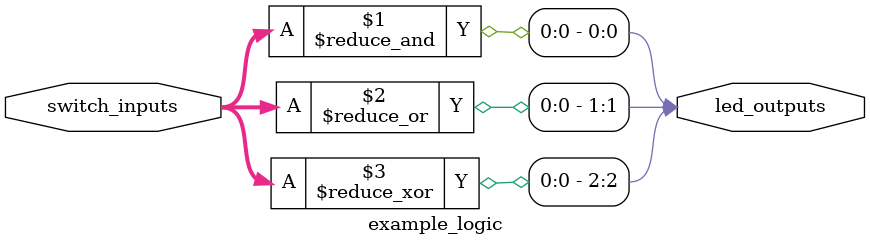
<source format=v>
module example_logic(switch_inputs, led_outputs);
   input [3:0] switch_inputs;
   output [3:0]	led_outputs;
   
   assign led_outputs[0] = &switch_inputs;
   assign led_outputs[1] = |switch_inputs;
   assign led_outputs[2] = ^switch_inputs;
endmodule 

</source>
